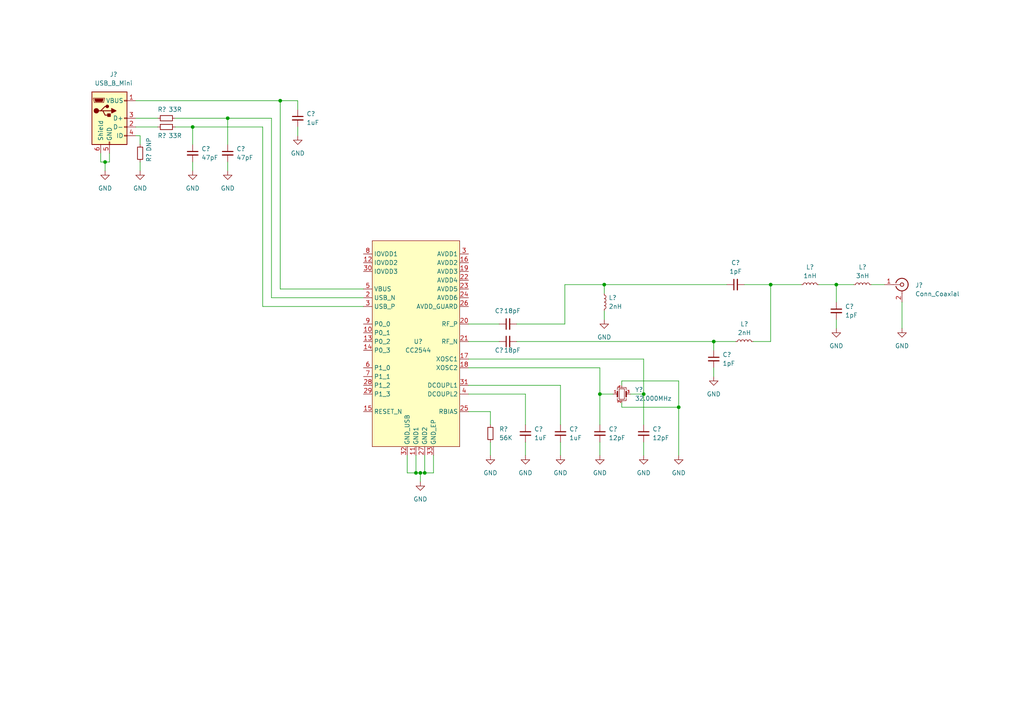
<source format=kicad_sch>
(kicad_sch (version 20210621) (generator eeschema)
  (paper "A4")
  (lib_symbols
    (symbol "Connector:Conn_Coaxial" (pin_names (offset 1.016) hide)
      (property "Reference" "J" (at 0.254 3.048 0))
      (property "Value" "Conn_Coaxial" (at 2.921 0 90))
      (symbol "Conn_Coaxial_0_1"
        (arc (start -1.778 -0.508) (mid 0.2311 -1.8066) (end 1.778 0) (stroke (width 0.254)))
        (polyline (pts (xy -2.54 0) (xy -0.508 0)))
        (polyline (pts (xy 0 -2.54) (xy 0 -1.778)))
        (circle (center 0 0) (radius 0.508) (stroke (width 0.2032)) (stroke (width 0.2032)))
        (arc (start 1.778 0) (mid 0.2099 1.8101) (end -1.778 0.508) (stroke (width 0.254)))
      )
      (symbol "Conn_Coaxial_1_1"
        (pin passive line (at -5.08 0 0) (length 2.54) (name "In") (number "1"))
        (pin passive line (at 0 -5.08 90) (length 2.54) (name "Ext") (number "2"))
      )
    )
    (symbol "Connector:USB_B_Mini" (pin_names (offset 1.016))
      (property "Reference" "J" (at -5.08 11.43 0))
      (property "Value" "USB_B_Mini" (at -5.08 8.89 0))
      (symbol "USB_B_Mini_0_1"
        (rectangle (start -5.08 -7.62) (end 5.08 7.62) (stroke (width 0.254)) (fill (type background)))
        (circle (center -3.81 2.159) (radius 0.635) (stroke (width 0.254)) (stroke (width 0.254)) (fill (type outline)))
        (circle (center -0.635 3.429) (radius 0.381) (stroke (width 0.254)) (stroke (width 0.254)) (fill (type outline)))
        (rectangle (start -0.127 -7.62) (end 0.127 -6.858))
        (polyline (pts (xy -1.905 2.159) (xy 0.635 2.159)) (stroke (width 0.254)))
        (polyline (pts (xy -3.175 2.159) (xy -2.54 2.159) (xy -1.27 3.429) (xy -0.635 3.429)) (stroke (width 0.254)))
        (polyline (pts (xy -2.54 2.159) (xy -1.905 2.159) (xy -1.27 0.889) (xy 0 0.889)) (stroke (width 0.254)))
        (polyline (pts (xy 0.635 2.794) (xy 0.635 1.524) (xy 1.905 2.159) (xy 0.635 2.794)) (stroke (width 0.254)) (fill (type outline)))
        (polyline (pts (xy -4.318 5.588) (xy -1.778 5.588) (xy -2.032 4.826) (xy -4.064 4.826) (xy -4.318 5.588)) (fill (type outline)))
        (polyline (pts (xy -4.699 5.842) (xy -4.699 5.588) (xy -4.445 4.826) (xy -4.445 4.572) (xy -1.651 4.572) (xy -1.651 4.826) (xy -1.397 5.588) (xy -1.397 5.842) (xy -4.699 5.842)))
        (rectangle (start 0.254 1.27) (end -0.508 0.508) (stroke (width 0.254)) (fill (type outline)))
        (rectangle (start 5.08 -5.207) (end 4.318 -4.953))
        (rectangle (start 5.08 -2.667) (end 4.318 -2.413))
        (rectangle (start 5.08 -0.127) (end 4.318 0.127))
        (rectangle (start 5.08 4.953) (end 4.318 5.207))
      )
      (symbol "USB_B_Mini_1_1"
        (pin power_out line (at 7.62 5.08 180) (length 2.54) (name "VBUS") (number "1"))
        (pin bidirectional line (at 7.62 -2.54 180) (length 2.54) (name "D-") (number "2"))
        (pin bidirectional line (at 7.62 0 180) (length 2.54) (name "D+") (number "3"))
        (pin passive line (at 7.62 -5.08 180) (length 2.54) (name "ID") (number "4"))
        (pin power_out line (at 0 -10.16 90) (length 2.54) (name "GND") (number "5"))
        (pin passive line (at -2.54 -10.16 90) (length 2.54) (name "Shield") (number "6"))
      )
    )
    (symbol "Device:C_Small" (pin_numbers hide) (pin_names (offset 0.254) hide)
      (property "Reference" "C" (at 0.254 1.778 0))
      (property "Value" "C_Small" (at 0.254 -2.032 0))
      (symbol "C_Small_0_1"
        (polyline (pts (xy -1.524 -0.508) (xy 1.524 -0.508)) (stroke (width 0.3302)))
        (polyline (pts (xy -1.524 0.508) (xy 1.524 0.508)) (stroke (width 0.3048)))
      )
      (symbol "C_Small_1_1"
        (pin passive line (at 0 2.54 270) (length 2.032) (name "~") (number "1"))
        (pin passive line (at 0 -2.54 90) (length 2.032) (name "~") (number "2"))
      )
    )
    (symbol "Device:Crystal_GND24_Small" (pin_names (offset 1.016) hide)
      (property "Reference" "Y" (at 1.27 4.445 0))
      (property "Value" "Crystal_GND24_Small" (at 1.27 2.54 0))
      (symbol "Crystal_GND24_Small_0_1"
        (rectangle (start -0.762 -1.524) (end 0.762 1.524))
        (polyline (pts (xy -1.27 -0.762) (xy -1.27 0.762)) (stroke (width 0.381)))
        (polyline (pts (xy 1.27 -0.762) (xy 1.27 0.762)) (stroke (width 0.381)))
        (polyline (pts (xy -1.27 -1.27) (xy -1.27 -1.905) (xy 1.27 -1.905) (xy 1.27 -1.27)))
        (polyline (pts (xy -1.27 1.27) (xy -1.27 1.905) (xy 1.27 1.905) (xy 1.27 1.27)))
      )
      (symbol "Crystal_GND24_Small_1_1"
        (pin passive line (at -2.54 0 0) (length 1.27) (name "1") (number "1"))
        (pin passive line (at 0 -2.54 90) (length 0.635) (name "2") (number "2"))
        (pin passive line (at 2.54 0 180) (length 1.27) (name "3") (number "3"))
        (pin passive line (at 0 2.54 270) (length 0.635) (name "4") (number "4"))
      )
    )
    (symbol "Device:L_Small" (pin_numbers hide) (pin_names (offset 0.254) hide)
      (property "Reference" "L" (at 0.762 1.016 0))
      (property "Value" "L_Small" (at 0.762 -1.016 0))
      (symbol "L_Small_0_1"
        (arc (start 0 -2.032) (mid 0.508 -1.524) (end 0 -1.016))
        (arc (start 0 -1.016) (mid 0.508 -0.508) (end 0 0))
        (arc (start 0 0) (mid 0.508 0.508) (end 0 1.016))
        (arc (start 0 1.016) (mid 0.508 1.524) (end 0 2.032))
      )
      (symbol "L_Small_1_1"
        (pin passive line (at 0 2.54 270) (length 0.508) (name "~") (number "1"))
        (pin passive line (at 0 -2.54 90) (length 0.508) (name "~") (number "2"))
      )
    )
    (symbol "Device:R_Small" (pin_numbers hide) (pin_names (offset 0.254) hide)
      (property "Reference" "R" (at 0.762 0.508 0))
      (property "Value" "R_Small" (at 0.762 -1.016 0))
      (symbol "R_Small_0_1"
        (rectangle (start -0.762 1.778) (end 0.762 -1.778) (stroke (width 0.2032)))
      )
      (symbol "R_Small_1_1"
        (pin passive line (at 0 2.54 270) (length 0.762) (name "~") (number "1"))
        (pin passive line (at 0 -2.54 90) (length 0.762) (name "~") (number "2"))
      )
    )
    (symbol "RF:CC2544"
      (property "Reference" "U" (at -12.7 31.75 0))
      (property "Value" "CC2544" (at 7.62 31.75 0))
      (symbol "CC2544_0_1"
        (rectangle (start -13.97 30.48) (end 11.43 -29.21) (stroke (width 0.1524)) (fill (type background)))
      )
      (symbol "CC2544_1_1"
        (pin input line (at -16.51 3.81 0) (length 2.54) (name "P0_1") (number "10"))
        (pin input line (at -1.27 -31.75 90) (length 2.54) (name "GND1") (number "11"))
        (pin input line (at -16.51 24.13 0) (length 2.54) (name "IOVDD2") (number "12"))
        (pin input line (at -16.51 1.27 0) (length 2.54) (name "P0_2") (number "13"))
        (pin input line (at -16.51 -1.27 0) (length 2.54) (name "P0_3") (number "14"))
        (pin input line (at -16.51 -19.05 0) (length 2.54) (name "RESET_N") (number "15"))
        (pin input line (at 13.97 24.13 180) (length 2.54) (name "AVDD2") (number "16"))
        (pin input line (at 13.97 -3.81 180) (length 2.54) (name "XOSC1") (number "17"))
        (pin input line (at 13.97 -6.35 180) (length 2.54) (name "XOSC2") (number "18"))
        (pin input line (at 13.97 21.59 180) (length 2.54) (name "AVDD3") (number "19"))
        (pin input line (at -16.51 13.97 0) (length 2.54) (name "USB_N") (number "2"))
        (pin input line (at 13.97 6.35 180) (length 2.54) (name "RF_P") (number "20"))
        (pin input line (at 13.97 1.27 180) (length 2.54) (name "RF_N") (number "21"))
        (pin input line (at 13.97 19.05 180) (length 2.54) (name "AVDD4") (number "22"))
        (pin input line (at 13.97 16.51 180) (length 2.54) (name "AVDD5") (number "23"))
        (pin input line (at 13.97 13.97 180) (length 2.54) (name "AVDD6") (number "24"))
        (pin input line (at 13.97 -19.05 180) (length 2.54) (name "RBIAS") (number "25"))
        (pin input line (at 13.97 11.43 180) (length 2.54) (name "AVDD_GUARD") (number "26"))
        (pin input line (at 1.27 -31.75 90) (length 2.54) (name "GND2") (number "27"))
        (pin input line (at -16.51 -11.43 0) (length 2.54) (name "P1_2") (number "28"))
        (pin input line (at -16.51 -13.97 0) (length 2.54) (name "P1_3") (number "29"))
        (pin input line (at 13.97 26.67 180) (length 2.54) (name "AVDD1") (number "3"))
        (pin input line (at -16.51 11.43 0) (length 2.54) (name "USB_P") (number "3"))
        (pin input line (at -16.51 21.59 0) (length 2.54) (name "IOVDD3") (number "30"))
        (pin input line (at 13.97 -11.43 180) (length 2.54) (name "DCOUPL1") (number "31"))
        (pin input line (at -3.81 -31.75 90) (length 2.54) (name "GND_USB") (number "32"))
        (pin input line (at 3.81 -31.75 90) (length 2.54) (name "GND_EP") (number "33"))
        (pin input line (at 13.97 -13.97 180) (length 2.54) (name "DCOUPL2") (number "4"))
        (pin input line (at -16.51 16.51 0) (length 2.54) (name "VBUS") (number "5"))
        (pin input line (at -16.51 -6.35 0) (length 2.54) (name "P1_0") (number "6"))
        (pin input line (at -16.51 -8.89 0) (length 2.54) (name "P1_1") (number "7"))
        (pin input line (at -16.51 26.67 0) (length 2.54) (name "IOVDD1") (number "8"))
        (pin input line (at -16.51 6.35 0) (length 2.54) (name "P0_0") (number "9"))
      )
    )
    (symbol "power:GND" (power) (pin_names (offset 0))
      (property "Value" "GND" (at 0 -3.81 0))
      (symbol "GND_0_1"
        (polyline (pts (xy 0 0) (xy 0 -1.27) (xy 1.27 -1.27) (xy 0 -2.54) (xy -1.27 -1.27) (xy 0 -1.27)))
      )
      (symbol "GND_1_1"
        (pin power_in line (at 0 0 270) (length 0) hide (name "GND") (number "1"))
      )
    )
  )
  (junction (at 30.48 46.99))
  (junction (at 55.88 36.83))
  (junction (at 66.04 34.29))
  (junction (at 81.28 29.21))
  (junction (at 120.65 137.16))
  (junction (at 121.92 137.16))
  (junction (at 123.19 137.16))
  (junction (at 173.99 114.3))
  (junction (at 175.26 82.55))
  (junction (at 186.69 114.3))
  (junction (at 196.85 118.11))
  (junction (at 207.01 99.06))
  (junction (at 223.52 82.55))
  (junction (at 242.57 82.55))
  (wire (pts (xy 29.21 46.99) (xy 29.21 44.45)))
  (wire (pts (xy 30.48 46.99) (xy 29.21 46.99)))
  (wire (pts (xy 30.48 46.99) (xy 31.75 46.99)))
  (wire (pts (xy 30.48 49.53) (xy 30.48 46.99)))
  (wire (pts (xy 31.75 46.99) (xy 31.75 44.45)))
  (wire (pts (xy 39.37 29.21) (xy 81.28 29.21)))
  (wire (pts (xy 39.37 34.29) (xy 45.72 34.29)))
  (wire (pts (xy 39.37 39.37) (xy 40.64 39.37)))
  (wire (pts (xy 40.64 39.37) (xy 40.64 41.91)))
  (wire (pts (xy 40.64 46.99) (xy 40.64 49.53)))
  (wire (pts (xy 45.72 36.83) (xy 39.37 36.83)))
  (wire (pts (xy 50.8 34.29) (xy 66.04 34.29)))
  (wire (pts (xy 50.8 36.83) (xy 55.88 36.83)))
  (wire (pts (xy 55.88 36.83) (xy 55.88 41.91)))
  (wire (pts (xy 55.88 36.83) (xy 76.2 36.83)))
  (wire (pts (xy 55.88 46.99) (xy 55.88 49.53)))
  (wire (pts (xy 66.04 34.29) (xy 66.04 41.91)))
  (wire (pts (xy 66.04 34.29) (xy 78.74 34.29)))
  (wire (pts (xy 66.04 46.99) (xy 66.04 49.53)))
  (wire (pts (xy 76.2 88.9) (xy 76.2 36.83)))
  (wire (pts (xy 76.2 88.9) (xy 105.41 88.9)))
  (wire (pts (xy 78.74 86.36) (xy 78.74 34.29)))
  (wire (pts (xy 78.74 86.36) (xy 105.41 86.36)))
  (wire (pts (xy 81.28 29.21) (xy 81.28 83.82)))
  (wire (pts (xy 81.28 29.21) (xy 86.36 29.21)))
  (wire (pts (xy 81.28 83.82) (xy 105.41 83.82)))
  (wire (pts (xy 86.36 29.21) (xy 86.36 31.75)))
  (wire (pts (xy 86.36 36.83) (xy 86.36 39.37)))
  (wire (pts (xy 118.11 132.08) (xy 118.11 137.16)))
  (wire (pts (xy 118.11 137.16) (xy 120.65 137.16)))
  (wire (pts (xy 120.65 132.08) (xy 120.65 137.16)))
  (wire (pts (xy 120.65 137.16) (xy 121.92 137.16)))
  (wire (pts (xy 121.92 137.16) (xy 121.92 139.7)))
  (wire (pts (xy 121.92 137.16) (xy 123.19 137.16)))
  (wire (pts (xy 123.19 132.08) (xy 123.19 137.16)))
  (wire (pts (xy 123.19 137.16) (xy 125.73 137.16)))
  (wire (pts (xy 125.73 137.16) (xy 125.73 132.08)))
  (wire (pts (xy 135.89 93.98) (xy 144.78 93.98)))
  (wire (pts (xy 135.89 99.06) (xy 144.78 99.06)))
  (wire (pts (xy 135.89 104.14) (xy 186.69 104.14)))
  (wire (pts (xy 135.89 106.68) (xy 173.99 106.68)))
  (wire (pts (xy 135.89 111.76) (xy 162.56 111.76)))
  (wire (pts (xy 135.89 114.3) (xy 152.4 114.3)))
  (wire (pts (xy 135.89 119.38) (xy 142.24 119.38)))
  (wire (pts (xy 142.24 119.38) (xy 142.24 123.19)))
  (wire (pts (xy 142.24 128.27) (xy 142.24 132.08)))
  (wire (pts (xy 149.86 93.98) (xy 163.83 93.98)))
  (wire (pts (xy 149.86 99.06) (xy 207.01 99.06)))
  (wire (pts (xy 152.4 114.3) (xy 152.4 123.19)))
  (wire (pts (xy 152.4 128.27) (xy 152.4 132.08)))
  (wire (pts (xy 162.56 111.76) (xy 162.56 123.19)))
  (wire (pts (xy 162.56 128.27) (xy 162.56 132.08)))
  (wire (pts (xy 163.83 82.55) (xy 175.26 82.55)))
  (wire (pts (xy 163.83 93.98) (xy 163.83 82.55)))
  (wire (pts (xy 173.99 114.3) (xy 173.99 106.68)))
  (wire (pts (xy 173.99 114.3) (xy 173.99 123.19)))
  (wire (pts (xy 173.99 128.27) (xy 173.99 132.08)))
  (wire (pts (xy 175.26 82.55) (xy 175.26 85.09)))
  (wire (pts (xy 175.26 82.55) (xy 210.82 82.55)))
  (wire (pts (xy 175.26 90.17) (xy 175.26 92.71)))
  (wire (pts (xy 177.8 114.3) (xy 173.99 114.3)))
  (wire (pts (xy 180.34 110.49) (xy 196.85 110.49)))
  (wire (pts (xy 180.34 111.76) (xy 180.34 110.49)))
  (wire (pts (xy 180.34 116.84) (xy 180.34 118.11)))
  (wire (pts (xy 180.34 118.11) (xy 196.85 118.11)))
  (wire (pts (xy 182.88 114.3) (xy 186.69 114.3)))
  (wire (pts (xy 186.69 114.3) (xy 186.69 104.14)))
  (wire (pts (xy 186.69 114.3) (xy 186.69 123.19)))
  (wire (pts (xy 186.69 128.27) (xy 186.69 132.08)))
  (wire (pts (xy 196.85 110.49) (xy 196.85 118.11)))
  (wire (pts (xy 196.85 118.11) (xy 196.85 132.08)))
  (wire (pts (xy 207.01 99.06) (xy 213.36 99.06)))
  (wire (pts (xy 207.01 101.6) (xy 207.01 99.06)))
  (wire (pts (xy 207.01 106.68) (xy 207.01 109.22)))
  (wire (pts (xy 215.9 82.55) (xy 223.52 82.55)))
  (wire (pts (xy 218.44 99.06) (xy 223.52 99.06)))
  (wire (pts (xy 223.52 82.55) (xy 223.52 99.06)))
  (wire (pts (xy 223.52 82.55) (xy 232.41 82.55)))
  (wire (pts (xy 237.49 82.55) (xy 242.57 82.55)))
  (wire (pts (xy 242.57 82.55) (xy 242.57 87.63)))
  (wire (pts (xy 242.57 82.55) (xy 247.65 82.55)))
  (wire (pts (xy 242.57 92.71) (xy 242.57 95.25)))
  (wire (pts (xy 252.73 82.55) (xy 256.54 82.55)))
  (wire (pts (xy 261.62 87.63) (xy 261.62 95.25)))
  (symbol (lib_id "Device:L_Small") (at 175.26 87.63 0) (unit 1)
    (property "Reference" "L?" (at 176.53 86.3599 0) (effects (justify left)))
    (property "Value" "2nH" (at 176.53 88.8999 0) (effects (justify left)))
  )
  (symbol (lib_id "Device:L_Small") (at 215.9 99.06 90) (unit 1)
    (property "Reference" "L?" (at 215.9 93.98 90))
    (property "Value" "2nH" (at 215.9 96.52 90))
  )
  (symbol (lib_id "Device:L_Small") (at 234.95 82.55 90) (unit 1)
    (property "Reference" "L?" (at 234.95 77.47 90))
    (property "Value" "1nH" (at 234.95 80.01 90))
  )
  (symbol (lib_id "Device:L_Small") (at 250.19 82.55 90) (unit 1)
    (property "Reference" "L?" (at 250.19 77.47 90))
    (property "Value" "3nH" (at 250.19 80.01 90))
  )
  (symbol (lib_id "power:GND") (at 30.48 49.53 0) (unit 1)
    (property "Reference" "#PWR?" (effects hide))
    (property "Value" "GND" (at 30.48 54.61 0))
  )
  (symbol (lib_id "power:GND") (at 40.64 49.53 0) (unit 1)
    (property "Reference" "#PWR?" (effects hide))
    (property "Value" "GND" (at 40.64 54.61 0))
  )
  (symbol (lib_id "power:GND") (at 55.88 49.53 0) (unit 1)
    (property "Reference" "#PWR?" (effects hide))
    (property "Value" "GND" (at 55.88 54.61 0))
  )
  (symbol (lib_id "power:GND") (at 66.04 49.53 0) (unit 1)
    (property "Reference" "#PWR?" (effects hide))
    (property "Value" "GND" (at 66.04 54.61 0))
  )
  (symbol (lib_id "power:GND") (at 86.36 39.37 0) (unit 1)
    (property "Reference" "#PWR?" (effects hide))
    (property "Value" "GND" (at 86.36 44.45 0))
  )
  (symbol (lib_id "power:GND") (at 121.92 139.7 0) (unit 1)
    (property "Reference" "#PWR?" (effects hide))
    (property "Value" "GND" (at 121.92 144.78 0))
  )
  (symbol (lib_id "power:GND") (at 142.24 132.08 0) (unit 1)
    (property "Reference" "#PWR?" (effects hide))
    (property "Value" "GND" (at 142.24 137.16 0))
  )
  (symbol (lib_id "power:GND") (at 152.4 132.08 0) (unit 1)
    (property "Reference" "#PWR?" (effects hide))
    (property "Value" "GND" (at 152.4 137.16 0))
  )
  (symbol (lib_id "power:GND") (at 162.56 132.08 0) (unit 1)
    (property "Reference" "#PWR?" (effects hide))
    (property "Value" "GND" (at 162.56 137.16 0))
  )
  (symbol (lib_id "power:GND") (at 173.99 132.08 0) (unit 1)
    (property "Reference" "#PWR?" (effects hide))
    (property "Value" "GND" (at 173.99 137.16 0))
  )
  (symbol (lib_id "power:GND") (at 175.26 92.71 0) (unit 1)
    (property "Reference" "#PWR?" (effects hide))
    (property "Value" "GND" (at 175.26 97.79 0))
  )
  (symbol (lib_id "power:GND") (at 186.69 132.08 0) (unit 1)
    (property "Reference" "#PWR?" (effects hide))
    (property "Value" "GND" (at 186.69 137.16 0))
  )
  (symbol (lib_id "power:GND") (at 196.85 132.08 0) (unit 1)
    (property "Reference" "#PWR?" (effects hide))
    (property "Value" "GND" (at 196.85 137.16 0))
  )
  (symbol (lib_id "power:GND") (at 207.01 109.22 0) (unit 1)
    (property "Reference" "#PWR?" (effects hide))
    (property "Value" "GND" (at 207.01 114.3 0))
  )
  (symbol (lib_id "power:GND") (at 242.57 95.25 0) (unit 1)
    (property "Reference" "#PWR?" (effects hide))
    (property "Value" "GND" (at 242.57 100.33 0))
  )
  (symbol (lib_id "power:GND") (at 261.62 95.25 0) (unit 1)
    (property "Reference" "#PWR?" (effects hide))
    (property "Value" "GND" (at 261.62 100.33 0))
  )
  (symbol (lib_id "Device:R_Small") (at 40.64 44.45 180) (unit 1)
    (property "Reference" "R?" (at 43.18 45.72 90))
    (property "Value" "DNP" (at 43.18 41.91 90))
  )
  (symbol (lib_id "Device:R_Small") (at 48.26 34.29 90) (unit 1)
    (property "Reference" "R?" (at 46.99 31.75 90))
    (property "Value" "33R" (at 50.8 31.75 90))
  )
  (symbol (lib_id "Device:R_Small") (at 48.26 36.83 90) (unit 1)
    (property "Reference" "R?" (at 46.99 39.37 90))
    (property "Value" "33R" (at 50.8 39.37 90))
  )
  (symbol (lib_id "Device:R_Small") (at 142.24 125.73 0) (unit 1)
    (property "Reference" "R?" (at 144.78 124.4599 0) (effects (justify left)))
    (property "Value" "56K" (at 144.78 126.9999 0) (effects (justify left)))
  )
  (symbol (lib_id "Device:C_Small") (at 55.88 44.45 0) (unit 1)
    (property "Reference" "C?" (at 58.42 43.1799 0) (effects (justify left)))
    (property "Value" "47pF" (at 58.42 45.7199 0) (effects (justify left)))
  )
  (symbol (lib_id "Device:C_Small") (at 66.04 44.45 0) (unit 1)
    (property "Reference" "C?" (at 68.58 43.1799 0) (effects (justify left)))
    (property "Value" "47pF" (at 68.58 45.7199 0) (effects (justify left)))
  )
  (symbol (lib_id "Device:C_Small") (at 86.36 34.29 0) (unit 1)
    (property "Reference" "C?" (at 88.9 33.0199 0) (effects (justify left)))
    (property "Value" "1uF" (at 88.9 35.5599 0) (effects (justify left)))
  )
  (symbol (lib_id "Device:C_Small") (at 147.32 93.98 90) (unit 1)
    (property "Reference" "C?" (at 144.78 90.17 90))
    (property "Value" "18pF" (at 148.59 90.17 90))
  )
  (symbol (lib_id "Device:C_Small") (at 147.32 99.06 90) (unit 1)
    (property "Reference" "C?" (at 144.78 101.6 90))
    (property "Value" "18pF" (at 148.59 101.6 90))
  )
  (symbol (lib_id "Device:C_Small") (at 152.4 125.73 0) (unit 1)
    (property "Reference" "C?" (at 154.94 124.4599 0) (effects (justify left)))
    (property "Value" "1uF" (at 154.94 126.9999 0) (effects (justify left)))
  )
  (symbol (lib_id "Device:C_Small") (at 162.56 125.73 0) (unit 1)
    (property "Reference" "C?" (at 165.1 124.4599 0) (effects (justify left)))
    (property "Value" "1uF" (at 165.1 126.9999 0) (effects (justify left)))
  )
  (symbol (lib_id "Device:C_Small") (at 173.99 125.73 0) (unit 1)
    (property "Reference" "C?" (at 176.53 124.4599 0) (effects (justify left)))
    (property "Value" "12pF" (at 176.53 126.9999 0) (effects (justify left)))
  )
  (symbol (lib_id "Device:C_Small") (at 186.69 125.73 0) (unit 1)
    (property "Reference" "C?" (at 189.23 124.4599 0) (effects (justify left)))
    (property "Value" "12pF" (at 189.23 126.9999 0) (effects (justify left)))
  )
  (symbol (lib_id "Device:C_Small") (at 207.01 104.14 0) (unit 1)
    (property "Reference" "C?" (at 209.55 102.8699 0) (effects (justify left)))
    (property "Value" "1pF" (at 209.55 105.4099 0) (effects (justify left)))
  )
  (symbol (lib_id "Device:C_Small") (at 213.36 82.55 90) (unit 1)
    (property "Reference" "C?" (at 213.36 76.2 90))
    (property "Value" "1pF" (at 213.36 78.74 90))
  )
  (symbol (lib_id "Device:C_Small") (at 242.57 90.17 0) (unit 1)
    (property "Reference" "C?" (at 245.11 88.8999 0) (effects (justify left)))
    (property "Value" "1pF" (at 245.11 91.4399 0) (effects (justify left)))
  )
  (symbol (lib_id "Device:Crystal_GND24_Small") (at 180.34 114.3 0) (unit 1)
    (property "Reference" "Y?" (at 184.15 113.0299 0) (effects (justify left)))
    (property "Value" "32.000MHz" (at 184.15 115.5699 0) (effects (justify left)))
  )
  (symbol (lib_id "Connector:Conn_Coaxial") (at 261.62 82.55 0) (unit 1)
    (property "Reference" "J?" (at 265.43 82.715 0) (effects (justify left)))
    (property "Value" "Conn_Coaxial" (at 265.43 85.255 0) (effects (justify left)))
    (property "Datasheet" " ~" (effects hide))
  )
  (symbol (lib_id "Connector:USB_B_Mini") (at 31.75 34.29 0) (unit 1)
    (property "Reference" "J?" (at 32.9565 21.59 0))
    (property "Value" "USB_B_Mini" (at 32.9565 24.13 0))
  )
  (symbol (lib_id "RF:CC2544") (at 121.92 100.33 0) (unit 1)
    (property "Reference" "U?" (at 121.285 99.06 0))
    (property "Value" "CC2544" (at 121.285 101.6 0))
  )
)
</source>
